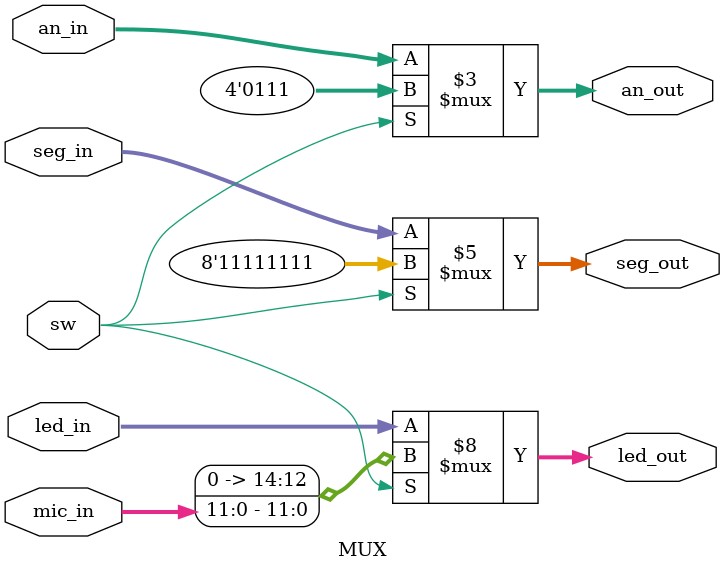
<source format=v>
`timescale 1ns / 1ps

module MUX(
    input sw,
    input [11:0] mic_in,
    input [3:0] an_in,
    input [7:0] seg_in,
    input [14:0] led_in,
    output [3:0] an_out,
    output [7:0] seg_out,
    output [14:0] led_out
    );
    assign an_out = (sw == 0) ? an_in : 3'b111;
    assign seg_out = (sw == 0) ? seg_in : 8'b11111111;
    assign led_out = (sw == 0) ? led_in : mic_in;
endmodule

</source>
